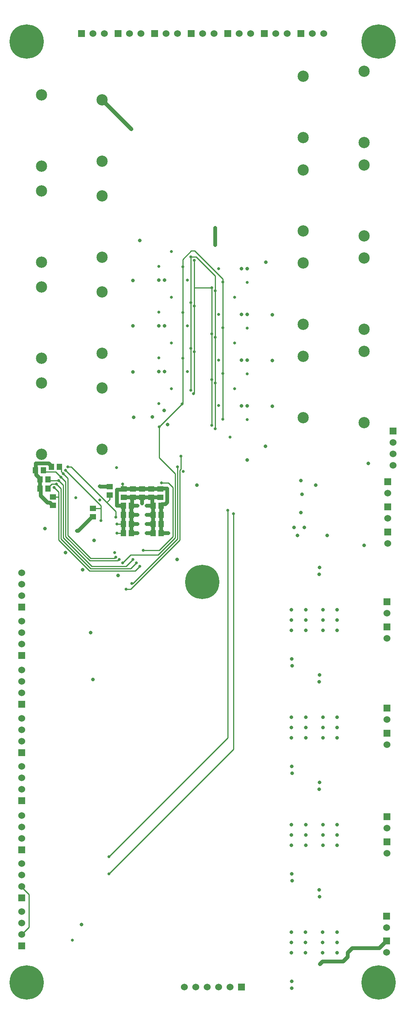
<source format=gbl>
G04*
G04 #@! TF.GenerationSoftware,Altium Limited,Altium Designer,19.0.14 (431)*
G04*
G04 Layer_Physical_Order=4*
G04 Layer_Color=16711680*
%FSLAX25Y25*%
%MOIN*%
G70*
G01*
G75*
%ADD10C,0.01000*%
%ADD46R,0.04528X0.05709*%
%ADD56R,0.05709X0.04528*%
%ADD59C,0.03200*%
%ADD61C,0.06000*%
%ADD62R,0.06000X0.06000*%
%ADD63R,0.06000X0.06000*%
%ADD64C,0.30000*%
%ADD65C,0.09843*%
%ADD66C,0.03200*%
%ADD67C,0.02500*%
D10*
X16500Y104500D02*
X23000Y98000D01*
X16500Y104500D02*
Y105000D01*
X23000Y69500D02*
Y98000D01*
X16500Y63000D02*
X23000Y69500D01*
X105000Y452457D02*
Y457000D01*
Y452457D02*
X105457Y452000D01*
X192500Y513693D02*
Y593693D01*
X137000Y507000D02*
X157012Y527012D01*
X93000Y131000D02*
X197000Y235000D01*
Y434000D01*
X93000Y116031D02*
X202000Y225031D01*
Y431000D01*
X167563Y629000D02*
Y652779D01*
Y629000D02*
X167797Y628766D01*
X157500Y607024D02*
X157500Y567024D01*
Y527500D02*
Y567024D01*
X157500Y607024D02*
Y647146D01*
Y653500D01*
X165000Y661000D01*
X192500Y633693D02*
Y636500D01*
Y633693D02*
X192500Y593693D01*
X168000Y661000D02*
X192500Y636500D01*
X164563Y575779D02*
Y595189D01*
Y539000D02*
Y575779D01*
X112374Y767500D02*
X112500D01*
X60000Y472000D02*
X91000Y441000D01*
X93410Y443409D01*
Y447457D01*
X155000Y469000D02*
X156000Y470000D01*
Y481457D01*
X155000Y408000D02*
Y469000D01*
X112000Y365000D02*
X155000Y408000D01*
X108003Y365000D02*
X112000D01*
X114000Y370000D02*
X153000Y409000D01*
X113000Y370000D02*
X114000D01*
X153000Y409000D02*
Y472000D01*
X151000Y410000D02*
Y466000D01*
X136000Y395000D02*
X151000Y410000D01*
X112000Y395000D02*
X136000D01*
X149000Y411000D02*
Y454000D01*
X137000Y399000D02*
X149000Y411000D01*
X123000Y399000D02*
X137000D01*
X105000Y388000D02*
X112000Y395000D01*
X100000Y422000D02*
X105457D01*
X137000Y480000D02*
Y507000D01*
Y480000D02*
X151000Y466000D01*
X145000Y458000D02*
X149000Y454000D01*
X139000Y458000D02*
X145000D01*
X100000Y414000D02*
X105457D01*
X91000Y441000D02*
X99000Y433000D01*
X86000Y436000D02*
Y438000D01*
Y425000D02*
Y436000D01*
X85543Y435543D02*
X86000Y436000D01*
X79000Y435543D02*
X85543D01*
X99000Y428000D02*
Y433000D01*
X57000Y472000D02*
X60000D01*
X115949Y381000D02*
X119949Y385000D01*
X49000Y408000D02*
Y446000D01*
X112000Y383000D02*
X117000Y388000D01*
X49000Y446000D02*
Y450000D01*
X48543Y445543D02*
X49000Y446000D01*
X44000Y445543D02*
X48543D01*
X42953Y457000D02*
X47000D01*
X39543Y453591D02*
X42953Y457000D01*
X39543Y453000D02*
Y453591D01*
X40543Y460000D02*
X49000D01*
X39543Y461000D02*
X40543Y460000D01*
X35543Y469000D02*
X36898Y467646D01*
X46354D01*
X51000Y463000D01*
X51056Y467944D02*
Y470488D01*
X49543Y472000D02*
X51056Y470488D01*
Y467944D02*
X53000Y466000D01*
X78409Y435543D02*
X79000D01*
X49000Y408000D02*
X76000Y381000D01*
X51000Y409000D02*
X77000Y383000D01*
X78000Y385000D02*
X108000D01*
X53000Y410000D02*
X78000Y385000D01*
X53000Y410000D02*
Y456000D01*
X51000Y409000D02*
Y453000D01*
X77000Y383000D02*
X112000D01*
X76000Y381000D02*
X115949D01*
X108000Y385000D02*
X114000Y391000D01*
X55000Y411172D02*
X76172Y390000D01*
X100594D01*
X101594Y391000D01*
X102000D01*
X77000Y392000D02*
X97594D01*
X98594Y393000D01*
X99000D01*
X57000Y412000D02*
X77000Y392000D01*
X55000Y411172D02*
Y459000D01*
X57000Y412000D02*
Y462000D01*
X45000Y454000D02*
X49000Y450000D01*
X55000Y469000D02*
X86000Y438000D01*
X53000Y466000D02*
X57000Y462000D01*
X47000Y457000D02*
X51000Y453000D01*
Y463000D02*
X55000Y459000D01*
X49000Y460000D02*
X53000Y456000D01*
X167000Y536000D02*
X167563Y536563D01*
Y572780D01*
X165000Y661000D02*
X168000D01*
X169220Y655780D02*
X186000Y639000D01*
X164520Y655780D02*
X169220D01*
X164520Y615779D02*
Y655780D01*
X186000Y626016D02*
Y639000D01*
X167563Y612780D02*
Y629000D01*
X167797Y628766D02*
X183000D01*
X164520Y595232D02*
Y615779D01*
Y595232D02*
X164563Y595189D01*
X167563Y572780D02*
Y612780D01*
X186000Y585457D02*
Y626016D01*
X183000Y508457D02*
Y548457D01*
X186000Y505457D02*
Y545457D01*
X183000Y548457D02*
Y588457D01*
X186000Y545457D02*
Y585457D01*
X183000Y588457D02*
Y628766D01*
D46*
X49543Y472000D02*
D03*
X42457D02*
D03*
X35543Y469000D02*
D03*
X28457D02*
D03*
X39543Y461000D02*
D03*
X32457D02*
D03*
X39543Y453000D02*
D03*
X32457D02*
D03*
X105457Y438000D02*
D03*
X112543D02*
D03*
X105457Y430000D02*
D03*
X112543D02*
D03*
X105457Y422000D02*
D03*
X112543D02*
D03*
X105457Y414000D02*
D03*
X112543D02*
D03*
X138543Y414000D02*
D03*
X131457D02*
D03*
X138543Y422000D02*
D03*
X131457D02*
D03*
X138543Y430000D02*
D03*
X131457D02*
D03*
X138543Y438000D02*
D03*
X131457D02*
D03*
D56*
X44000Y445543D02*
D03*
Y438457D02*
D03*
X93410Y447457D02*
D03*
Y454543D02*
D03*
X79000Y435543D02*
D03*
Y428457D02*
D03*
X138000Y452543D02*
D03*
Y445457D02*
D03*
X130000Y452543D02*
D03*
Y445457D02*
D03*
X122000Y452543D02*
D03*
Y445457D02*
D03*
X114000Y452543D02*
D03*
Y445457D02*
D03*
X106000Y452543D02*
D03*
Y445457D02*
D03*
D59*
X306000Y51000D02*
X329500D01*
X336000Y57500D01*
X302000Y47000D02*
X306000Y51000D01*
X302000Y43500D02*
Y47000D01*
X298000Y39500D02*
X302000Y43500D01*
X280000Y39500D02*
X298000D01*
X277500Y37000D02*
X280000Y39500D01*
X87000Y792874D02*
X112374Y767500D01*
X85000Y455000D02*
X85457Y454543D01*
X93410D01*
X122000Y440000D02*
Y445457D01*
X122000Y445457D02*
X122000Y445457D01*
X138543Y414000D02*
X145000D01*
X138543Y414000D02*
X138543Y414000D01*
X138457Y453000D02*
X144000D01*
X138000Y452543D02*
X138457Y453000D01*
X142125Y439254D02*
X144000Y441129D01*
Y453000D01*
X139207Y439254D02*
X142125D01*
X138543Y438591D02*
X139207Y439254D01*
X138543Y438000D02*
Y438591D01*
X100000Y452000D02*
X105457D01*
X106000Y452543D01*
X100000Y438000D02*
Y452000D01*
Y438000D02*
X105457D01*
X112543D02*
X118000D01*
X112543D02*
X113207Y438664D01*
X106000Y445457D02*
X113871D01*
X113207Y438664D02*
Y444793D01*
X113871Y445457D01*
X114000D01*
X130129D02*
X138000D01*
X130793Y438664D02*
X131457Y438000D01*
X130793Y438664D02*
Y444793D01*
X130129Y445457D02*
X130793Y444793D01*
X130000Y445457D02*
X130129D01*
X112543Y414000D02*
X118000D01*
X126000Y438000D02*
X131457D01*
X126000Y430000D02*
X131457D01*
X126000Y422000D02*
X131457D01*
X126000Y414000D02*
X131457D01*
X131457Y414000D01*
X112543Y422000D02*
X118000D01*
X112543Y430000D02*
X118000D01*
X131457Y430000D02*
Y438000D01*
Y422000D02*
Y430000D01*
Y414000D02*
Y422000D01*
X112543Y414000D02*
Y422000D01*
Y430000D01*
Y438000D01*
X114000Y445457D02*
X122000D01*
X130000D01*
X138543Y414000D02*
Y422000D01*
Y430000D01*
Y438000D01*
X106000Y452543D02*
X114000D01*
X122000D01*
X130000D01*
X138000D01*
X105457Y430000D02*
Y438000D01*
Y422000D02*
Y430000D01*
Y414000D02*
Y422000D01*
X29000Y475000D02*
X40047D01*
X42457Y472591D01*
Y472000D02*
Y472591D01*
X29000Y469543D02*
Y475000D01*
X28457Y469000D02*
X29000Y469543D01*
X32457Y461000D02*
Y461591D01*
X29120Y464927D02*
X32457Y461591D01*
X29120Y464927D02*
Y468336D01*
X28457Y469000D02*
X29120Y468336D01*
X33121Y446738D02*
X35000Y444858D01*
X33121Y446738D02*
Y452336D01*
X32457Y453000D02*
X33121Y452336D01*
X32457Y453000D02*
Y461000D01*
X35000Y444858D02*
X39179Y440680D01*
X41187D01*
X43409Y438457D01*
X44000D01*
X65000Y416000D02*
X65953D01*
X78409Y428457D01*
X79000D01*
X186000Y666000D02*
Y681000D01*
D61*
X89000Y851000D02*
D03*
X79000D02*
D03*
X111000D02*
D03*
X121000D02*
D03*
X153000D02*
D03*
X143000D02*
D03*
X207000D02*
D03*
X217000D02*
D03*
X185000D02*
D03*
X175000D02*
D03*
X239000D02*
D03*
X249000D02*
D03*
X281000D02*
D03*
X271000D02*
D03*
X341500Y473500D02*
D03*
Y483500D02*
D03*
Y493500D02*
D03*
X16500Y359500D02*
D03*
Y369500D02*
D03*
Y379500D02*
D03*
X336100Y344000D02*
D03*
X337000Y449000D02*
D03*
X159000Y17000D02*
D03*
X169000D02*
D03*
X199000D02*
D03*
X189000D02*
D03*
X179000D02*
D03*
X16500Y63000D02*
D03*
Y73000D02*
D03*
Y83000D02*
D03*
Y105000D02*
D03*
Y115000D02*
D03*
Y125000D02*
D03*
X337000Y427000D02*
D03*
Y404913D02*
D03*
X336100Y322000D02*
D03*
Y251000D02*
D03*
Y229000D02*
D03*
Y156000D02*
D03*
Y134000D02*
D03*
X336000Y69000D02*
D03*
Y47500D02*
D03*
X16500Y337000D02*
D03*
Y327000D02*
D03*
Y317000D02*
D03*
Y294500D02*
D03*
Y284500D02*
D03*
Y274500D02*
D03*
Y252000D02*
D03*
Y242000D02*
D03*
Y232000D02*
D03*
Y210000D02*
D03*
Y200000D02*
D03*
Y190000D02*
D03*
Y167000D02*
D03*
Y157000D02*
D03*
Y147000D02*
D03*
D62*
X69000Y851000D02*
D03*
X101000D02*
D03*
X133000D02*
D03*
X197000D02*
D03*
X165000D02*
D03*
X229000D02*
D03*
X261000D02*
D03*
X209000Y17000D02*
D03*
D63*
X341500Y503500D02*
D03*
X16500Y349500D02*
D03*
X336100Y354000D02*
D03*
X337000Y459000D02*
D03*
X16500Y53000D02*
D03*
Y95000D02*
D03*
X337000Y437000D02*
D03*
Y414913D02*
D03*
X336100Y332000D02*
D03*
Y261000D02*
D03*
Y239000D02*
D03*
Y166000D02*
D03*
Y144000D02*
D03*
X336000Y79000D02*
D03*
Y57500D02*
D03*
X16500Y307000D02*
D03*
Y264500D02*
D03*
Y222000D02*
D03*
Y180000D02*
D03*
Y137000D02*
D03*
D64*
X174500Y371500D02*
D03*
X21000Y844000D02*
D03*
X329000D02*
D03*
Y21000D02*
D03*
X21000D02*
D03*
D65*
X316150Y510669D02*
D03*
Y572874D02*
D03*
X263000Y568543D02*
D03*
Y515000D02*
D03*
X33850Y545205D02*
D03*
Y483000D02*
D03*
X87000Y487331D02*
D03*
Y540874D02*
D03*
Y624874D02*
D03*
Y571331D02*
D03*
X33850Y567000D02*
D03*
Y629205D02*
D03*
Y713205D02*
D03*
Y651000D02*
D03*
X87000Y655331D02*
D03*
Y708874D02*
D03*
Y792874D02*
D03*
Y739331D02*
D03*
X33850Y735000D02*
D03*
Y797205D02*
D03*
X316150Y755669D02*
D03*
Y817874D02*
D03*
X263000Y813543D02*
D03*
Y760000D02*
D03*
Y678228D02*
D03*
Y731772D02*
D03*
X316150Y736102D02*
D03*
Y673898D02*
D03*
Y592354D02*
D03*
Y654559D02*
D03*
X263000Y650228D02*
D03*
Y596685D02*
D03*
D66*
X77000Y327000D02*
D03*
X277500Y37000D02*
D03*
X69000Y71740D02*
D03*
X112500Y767500D02*
D03*
X122000Y440000D02*
D03*
X145000Y414000D02*
D03*
X118000Y438000D02*
D03*
Y414000D02*
D03*
X126000Y438000D02*
D03*
Y430000D02*
D03*
Y422000D02*
D03*
Y414000D02*
D03*
X118000Y422000D02*
D03*
Y430000D02*
D03*
X213886Y478000D02*
D03*
X230000Y490000D02*
D03*
X236000Y525000D02*
D03*
Y565000D02*
D03*
Y605000D02*
D03*
X230152Y651000D02*
D03*
X120000Y670000D02*
D03*
X114000Y635000D02*
D03*
Y595260D02*
D03*
Y555000D02*
D03*
X29000Y475000D02*
D03*
X35000Y444858D02*
D03*
X186000Y681000D02*
D03*
Y666000D02*
D03*
X136492Y555260D02*
D03*
Y595260D02*
D03*
X136492Y635260D02*
D03*
X213886Y645457D02*
D03*
Y605457D02*
D03*
Y565457D02*
D03*
X213886Y525457D02*
D03*
X141121Y521452D02*
D03*
X141492Y555260D02*
D03*
Y595260D02*
D03*
Y635260D02*
D03*
X208886Y645457D02*
D03*
Y605457D02*
D03*
Y565457D02*
D03*
Y525457D02*
D03*
X255000Y419000D02*
D03*
X264000D02*
D03*
X37000Y418000D02*
D03*
X55000Y397000D02*
D03*
X70000Y382000D02*
D03*
X101000Y377000D02*
D03*
X79000Y286000D02*
D03*
X65000Y416000D02*
D03*
X80000Y407776D02*
D03*
X253000Y22000D02*
D03*
X292500Y47000D02*
D03*
X114492Y515260D02*
D03*
X131000Y515531D02*
D03*
X170000Y456000D02*
D03*
X253000Y116000D02*
D03*
Y210000D02*
D03*
Y304000D02*
D03*
X274000Y456000D02*
D03*
X277100Y96000D02*
D03*
X277000Y190000D02*
D03*
Y284000D02*
D03*
Y378000D02*
D03*
X152543Y391000D02*
D03*
X316150Y403500D02*
D03*
X320000Y475000D02*
D03*
X261000Y460000D02*
D03*
X262000Y447957D02*
D03*
X258000Y412000D02*
D03*
X261000Y432000D02*
D03*
X284000Y412000D02*
D03*
X253000Y16000D02*
D03*
X253100Y110000D02*
D03*
Y204000D02*
D03*
Y298000D02*
D03*
X277000Y102000D02*
D03*
X277100Y196000D02*
D03*
Y290000D02*
D03*
Y384000D02*
D03*
X280000Y65000D02*
D03*
Y56000D02*
D03*
Y47000D02*
D03*
X265000D02*
D03*
Y56000D02*
D03*
Y65000D02*
D03*
X252500Y56000D02*
D03*
X292500D02*
D03*
Y65000D02*
D03*
X252500Y47000D02*
D03*
Y65000D02*
D03*
X265100Y159000D02*
D03*
Y150000D02*
D03*
Y141000D02*
D03*
X280100D02*
D03*
Y150000D02*
D03*
Y159000D02*
D03*
X292600Y150000D02*
D03*
Y159000D02*
D03*
Y141000D02*
D03*
X252600D02*
D03*
Y150000D02*
D03*
Y159000D02*
D03*
X280100Y253000D02*
D03*
Y244000D02*
D03*
Y235000D02*
D03*
X265100D02*
D03*
Y244000D02*
D03*
Y253000D02*
D03*
X292600Y235000D02*
D03*
Y244000D02*
D03*
Y253000D02*
D03*
X252600Y244000D02*
D03*
Y235000D02*
D03*
Y253000D02*
D03*
X280100Y347000D02*
D03*
X265100D02*
D03*
X280100Y329000D02*
D03*
X265100D02*
D03*
X280100Y338000D02*
D03*
X265100D02*
D03*
X292600D02*
D03*
Y347000D02*
D03*
Y329000D02*
D03*
X252600Y338000D02*
D03*
Y329000D02*
D03*
Y347000D02*
D03*
X144043Y509000D02*
D03*
D67*
X61000Y58000D02*
D03*
X197000Y434000D02*
D03*
X202000Y431000D02*
D03*
X199000Y498000D02*
D03*
X99600Y471200D02*
D03*
X84900Y442900D02*
D03*
X157000Y527024D02*
D03*
X157500Y567024D02*
D03*
Y607024D02*
D03*
Y647146D02*
D03*
X192500Y633693D02*
D03*
Y593693D02*
D03*
Y553693D02*
D03*
Y513693D02*
D03*
X186000Y626016D02*
D03*
X183000Y628766D02*
D03*
X213886Y633457D02*
D03*
Y593457D02*
D03*
X186000Y585457D02*
D03*
X183000Y588457D02*
D03*
X186000Y545457D02*
D03*
X183000Y548457D02*
D03*
X213886Y553457D02*
D03*
Y513457D02*
D03*
X186000Y505457D02*
D03*
X183000Y508457D02*
D03*
X164520Y655780D02*
D03*
X167563Y652779D02*
D03*
X164520Y615779D02*
D03*
X167563Y612780D02*
D03*
Y572780D02*
D03*
X164563Y575779D02*
D03*
Y539000D02*
D03*
X167000Y536000D02*
D03*
X85000Y455000D02*
D03*
X156000Y481457D02*
D03*
X108003Y365000D02*
D03*
X153000Y472000D02*
D03*
X113000Y370000D02*
D03*
X100000Y422000D02*
D03*
X137000Y507000D02*
D03*
X158000Y468000D02*
D03*
X139000Y458000D02*
D03*
X105000Y457000D02*
D03*
X100000Y414000D02*
D03*
Y438000D02*
D03*
Y452000D02*
D03*
X144000Y453000D02*
D03*
X86000Y425000D02*
D03*
X136492Y647260D02*
D03*
Y607260D02*
D03*
Y567260D02*
D03*
Y527260D02*
D03*
X119949Y385000D02*
D03*
X117000Y388000D02*
D03*
X123000Y399000D02*
D03*
X114000Y391000D02*
D03*
X98000Y397000D02*
D03*
X102000Y391000D02*
D03*
X99000Y393000D02*
D03*
X105000Y388000D02*
D03*
X64000Y444929D02*
D03*
X49000Y460000D02*
D03*
X47000Y457000D02*
D03*
X99000Y428000D02*
D03*
X45000Y454000D02*
D03*
X57000Y472000D02*
D03*
X55000Y469000D02*
D03*
X53000Y466000D02*
D03*
X51000Y463000D02*
D03*
X93000Y131000D02*
D03*
Y116031D02*
D03*
X161492Y595260D02*
D03*
Y635382D02*
D03*
X202886Y540457D02*
D03*
Y580457D02*
D03*
Y620457D02*
D03*
X147492Y660260D02*
D03*
Y620260D02*
D03*
Y580260D02*
D03*
Y540260D02*
D03*
X188886Y525528D02*
D03*
Y565457D02*
D03*
Y605457D02*
D03*
Y645457D02*
D03*
X161492Y555260D02*
D03*
M02*

</source>
